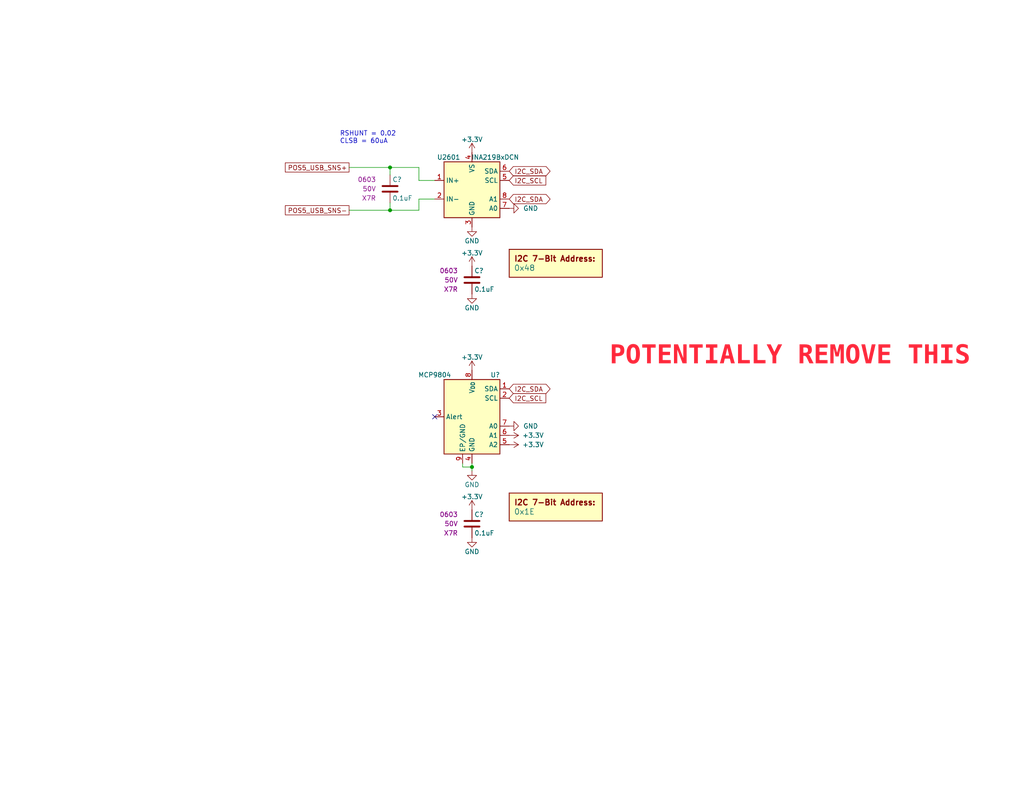
<source format=kicad_sch>
(kicad_sch (version 20230121) (generator eeschema)
  (paper "A")
  (title_block (date "2023-05-12") (rev "PRELIM") (company "Drew Maatman"))
  (lib_symbols
    (symbol "Analog_ADC:INA219BxDCN"
      (property "Reference" "U" (at -6.35 8.89 0))
      (property "Value" "Analog_ADC_INA219BxDCN" (at 6.35 8.89 0))
      (symbol "INA219BxDCN_0_1"
        (rectangle (start -7.62 7.62) (end 7.62 -7.62) (stroke (width 0.254)) (fill (type background)))
      )
      (symbol "INA219BxDCN_1_1"
        (pin input line (at -10.16 2.54 0) (length 2.54) (name "IN+") (number "1"))
        (pin input line (at -10.16 -2.54 0) (length 2.54) (name "IN-") (number "2"))
        (pin power_in line (at 0 -10.16 90) (length 2.54) (name "GND") (number "3"))
        (pin power_in line (at 0 10.16 270) (length 2.54) (name "VS") (number "4"))
        (pin input line (at 10.16 2.54 180) (length 2.54) (name "SCL") (number "5"))
        (pin bidirectional line (at 10.16 5.08 180) (length 2.54) (name "SDA") (number "6"))
        (pin input line (at 10.16 -5.08 180) (length 2.54) (name "A0") (number "7"))
        (pin input line (at 10.16 -2.54 180) (length 2.54) (name "A1") (number "8"))
      )
    )
    (symbol "Custom_Library:C_Custom" (pin_numbers hide) (pin_names (offset 0.254))
      (property "Reference" "C" (at 0.635 2.54 0))
      (property "Value" "Custom_Library_C_Custom" (at 0.635 -2.54 0))
      (property "display_footprint" "Foot" (at -3.81 2.54 0))
      (property "Voltage" "V" (at -3.81 0 0))
      (property "Dielectric" "Er" (at -3.81 -2.54 0))
      (symbol "C_Custom_0_1"
        (polyline (pts (xy -2.032 -0.762) (xy 2.032 -0.762)) (stroke (width 0.508)))
        (polyline (pts (xy -2.032 0.762) (xy 2.032 0.762)) (stroke (width 0.508)))
      )
      (symbol "C_Custom_1_1"
        (pin passive line (at 0 3.81 270) (length 2.794) (name "~") (number "1"))
        (pin passive line (at 0 -3.81 90) (length 2.794) (name "~") (number "2"))
      )
    )
    (symbol "Custom_Library:I2C_Address" (pin_names (offset 1.016))
      (property "Value" "Custom_Library_I2C_Address" (at -11.43 0 0))
      (symbol "I2C_Address_0_0"
        (rectangle (start -12.7 5.08) (end 12.7 -2.54) (stroke (width 0.254)) (fill (type background)))
        (text "I2C 7-Bit Address:" (at -11.43 2.54 0) (effects (font (size 1.524 1.524) bold) (justify left)))
      )
    )
    (symbol "Sensor_Temperature:MCP9804_DFN"
      (property "Reference" "U" (at -6.35 11.43 0))
      (property "Value" "MCP9804_DFN" (at 10.16 11.43 0))
      (symbol "MCP9804_DFN_0_1"
        (rectangle (start -7.62 10.16) (end 7.62 -10.16) (stroke (width 0.254)) (fill (type background)))
      )
      (symbol "MCP9804_DFN_1_1"
        (pin bidirectional line (at -10.16 7.62 0) (length 2.54) (name "SDA") (number "1"))
        (pin input line (at -10.16 5.08 0) (length 2.54) (name "SCL") (number "2"))
        (pin output line (at 10.16 0 180) (length 2.54) (name "Alert") (number "3"))
        (pin power_in line (at 0 -12.7 90) (length 2.54) (name "GND") (number "4"))
        (pin input line (at -10.16 -7.62 0) (length 2.54) (name "A2") (number "5"))
        (pin input line (at -10.16 -5.08 0) (length 2.54) (name "A1") (number "6"))
        (pin input line (at -10.16 -2.54 0) (length 2.54) (name "A0") (number "7"))
        (pin power_in line (at 0 12.7 270) (length 2.54) (name "V_{DD}") (number "8"))
        (pin power_in line (at 2.54 -12.7 90) (length 2.54) (name "EP/GND") (number "9"))
      )
    )
    (symbol "power:+3.3V" (power) (pin_names (offset 0))
      (property "Value" "+3.3V" (at 0 3.556 0))
      (symbol "+3.3V_0_1"
        (polyline (pts (xy -0.762 1.27) (xy 0 2.54)))
        (polyline (pts (xy 0 0) (xy 0 2.54)))
        (polyline (pts (xy 0 2.54) (xy 0.762 1.27)))
      )
      (symbol "+3.3V_1_1"
        (pin power_in line (at 0 0 90) (length 0) hide (name "+3.3V") (number "1"))
      )
    )
    (symbol "power:GND" (power) (pin_names (offset 0))
      (property "Value" "GND" (at 0 -3.81 0))
      (symbol "GND_0_1"
        (polyline (pts (xy 0 0) (xy 0 -1.27) (xy 1.27 -1.27) (xy 0 -2.54) (xy -1.27 -1.27) (xy 0 -1.27)))
      )
      (symbol "GND_1_1"
        (pin power_in line (at 0 0 270) (length 0) hide (name "GND") (number "1"))
      )
    )
  )
  (junction (at 106.426 57.404))
  (junction (at 128.778 127.508))
  (junction (at 106.426 45.72))
  (no_connect (at 118.618 113.792))
  (wire (pts (xy 114.3 45.72) (xy 106.426 45.72)))
  (wire (pts (xy 95.25 57.404) (xy 106.426 57.404)))
  (wire (pts (xy 118.618 54.356) (xy 114.3 54.356)))
  (wire (pts (xy 106.426 57.404) (xy 106.426 55.372)))
  (wire (pts (xy 128.778 127.508) (xy 126.238 127.508)))
  (wire (pts (xy 114.3 57.404) (xy 106.426 57.404)))
  (wire (pts (xy 126.238 127.508) (xy 126.238 126.492)))
  (wire (pts (xy 128.778 127.508) (xy 128.778 126.492)))
  (wire (pts (xy 128.778 128.524) (xy 128.778 127.508)))
  (wire (pts (xy 118.618 49.276) (xy 114.3 49.276)))
  (wire (pts (xy 106.426 47.752) (xy 106.426 45.72)))
  (wire (pts (xy 95.25 45.72) (xy 106.426 45.72)))
  (wire (pts (xy 114.3 54.356) (xy 114.3 57.404)))
  (wire (pts (xy 114.3 49.276) (xy 114.3 45.72)))
  (text "POTENTIALLY REMOVE THIS" (at 166.37 101.6 0) (effects (font (size 5.08 5.08) (thickness 0.254) bold) (justify left bottom)))
  (text "RSHUNT = 0.02\nCLSB = 60uA" (at 92.71 39.37 0) (effects (font (size 1.27 1.27)) (justify left bottom)))
  (global_label "POS5_USB_SNS-" (shape passive) (at 95.25 57.404 180) (property "Intersheetrefs" "${INTERSHEET_REFS}" (effects hide)))
  (global_label "I2C_SDA" (shape bidirectional) (at 138.938 106.172 0) (property "Intersheetrefs" "${INTERSHEET_REFS}" (effects hide)))
  (global_label "POS5_USB_SNS+" (shape passive) (at 95.25 45.72 180) (property "Intersheetrefs" "${INTERSHEET_REFS}" (effects hide)))
  (global_label "I2C_SDA" (shape bidirectional) (at 138.938 46.736 0) (property "Intersheetrefs" "${INTERSHEET_REFS}" (effects hide)))
  (global_label "I2C_SCL" (shape input) (at 138.938 108.712 0) (property "Intersheetrefs" "${INTERSHEET_REFS}" (effects hide)))
  (global_label "I2C_SCL" (shape input) (at 138.938 49.276 0) (property "Intersheetrefs" "${INTERSHEET_REFS}" (effects hide)))
  (global_label "I2C_SDA" (shape bidirectional) (at 138.938 54.356 0) (property "Intersheetrefs" "${INTERSHEET_REFS}" (effects hide)))
  (symbol (lib_id "power:GND") (at 128.778 61.976 0) (unit 1)
    (property "Reference" "#PWR02602" (effects hide))
    (property "Value" "GND" (at 128.778 65.786 0))
    (instances (project "VFD_Clock" (path "" (reference "#PWR02602") (unit 1))) (project "Nixie_Clock_Core" (path "" (reference "#PWR01402") (unit 1))))
  )
  (symbol (lib_id "Custom_Library:I2C_Address") (at 151.638 73.152 0) (unit 1)
    (property "Reference" "DOC?" (effects hide))
    (property "Value" "0x48" (at 140.208 73.152 0) (effects (font (size 1.524 1.524)) (justify left)))
    (instances (project "VFD_Clock" (path "" (reference "DOC?") (unit 1)) (path "" (reference "DOC?") (unit 1)) (path "" (reference "DOC2601") (unit 1))) (project "Nixie_Clock_Core" (path "" (reference "DOC1401") (unit 1))))
  )
  (symbol (lib_id "Analog_ADC:INA219BxDCN") (at 128.778 51.816 0) (unit 1)
    (property "Reference" "U2601" (at 122.428 42.926 0))
    (property "Value" "INA219BxDCN" (at 135.128 42.926 0))
    (property "Footprint" "Package_TO_SOT_SMD:SOT-23-8" (effects hide))
    (property "Datasheet" "http://www.ti.com/lit/ds/symlink/ina219.pdf" (effects hide))
    (property "Digi-Key PN" "296-46420-1-ND" (effects hide))
    (property "Config" "Telemetry" (effects hide))
    (instances (project "VFD_Clock" (path "" (reference "U2601") (unit 1))) (project "Nixie_Clock_Core" (path "" (reference "U1401") (unit 1))))
  )
  (symbol (lib_id "Custom_Library:C_Custom") (at 106.426 51.562 0) (unit 1)
    (property "Reference" "C?" (at 107.061 49.022 0) (effects (justify left)))
    (property "Value" "0.1uF" (at 107.061 54.102 0) (effects (justify left)))
    (property "Footprint" "Capacitors_SMD:C_0603" (effects hide))
    (property "display_footprint" "0603" (at 102.616 49.022 0) (effects (justify right)))
    (property "Voltage" "50V" (at 102.616 51.562 0) (effects (justify right)))
    (property "Dielectric" "X7R" (at 102.616 54.102 0) (effects (justify right)))
    (property "Digi-Key PN" "399-6856-1-ND" (effects hide))
    (instances (project "VFD_Clock" (path "" (reference "C?") (unit 1)) (path "" (reference "C2601") (unit 1)) (path "" (reference "C?") (unit 1)) (path "" (reference "C?") (unit 1))) (project "Nixie_Clock_Core" (path "" (reference "C1401") (unit 1))))
  )
  (symbol (lib_id "Custom_Library:I2C_Address") (at 151.638 139.7 0) (unit 1)
    (property "Reference" "DOC?" (effects hide))
    (property "Value" "0x1E" (at 140.208 139.7 0) (effects (font (size 1.524 1.524)) (justify left)))
    (instances (project "VFD_Clock" (path "" (reference "DOC?") (unit 1)) (path "" (reference "DOC?") (unit 1)) (path "" (reference "DOC2602") (unit 1))) (project "Nixie_Clock_Core" (path "" (reference "DOC1402") (unit 1))))
  )
  (symbol (lib_id "power:+3.3V") (at 138.938 121.412 270) (unit 1)
    (property "Reference" "#PWR02612" (effects hide))
    (property "Value" "+3.3V" (at 142.494 121.412 90) (effects (justify left)))
    (instances (project "VFD_Clock" (path "" (reference "#PWR02612") (unit 1))) (project "Nixie_Clock_Core" (path "" (reference "#PWR01412") (unit 1))))
  )
  (symbol (lib_id "Custom_Library:C_Custom") (at 128.778 76.454 0) (unit 1)
    (property "Reference" "C?" (at 129.413 73.914 0) (effects (justify left)))
    (property "Value" "0.1uF" (at 129.413 78.994 0) (effects (justify left)))
    (property "Footprint" "Capacitors_SMD:C_0603" (effects hide))
    (property "display_footprint" "0603" (at 124.968 73.914 0) (effects (justify right)))
    (property "Voltage" "50V" (at 124.968 76.454 0) (effects (justify right)))
    (property "Dielectric" "X7R" (at 124.968 78.994 0) (effects (justify right)))
    (property "Digi-Key PN" "399-6856-1-ND" (effects hide))
    (instances (project "VFD_Clock" (path "" (reference "C?") (unit 1)) (path "" (reference "C2602") (unit 1)) (path "" (reference "C?") (unit 1)) (path "" (reference "C?") (unit 1))) (project "Nixie_Clock_Core" (path "" (reference "C1402") (unit 1))))
  )
  (symbol (lib_id "power:+3.3V") (at 128.778 72.644 0) (unit 1)
    (property "Reference" "#PWR02603" (effects hide))
    (property "Value" "+3.3V" (at 128.778 69.088 0))
    (instances (project "VFD_Clock" (path "" (reference "#PWR02603") (unit 1))) (project "Nixie_Clock_Core" (path "" (reference "#PWR01403") (unit 1))))
  )
  (symbol (lib_id "power:GND") (at 138.938 116.332 90) (unit 1)
    (property "Reference" "#PWR02610" (effects hide))
    (property "Value" "GND" (at 142.748 116.332 90) (effects (justify right)))
    (instances (project "VFD_Clock" (path "" (reference "#PWR02610") (unit 1))) (project "Nixie_Clock_Core" (path "" (reference "#PWR01410") (unit 1))))
  )
  (symbol (lib_id "power:+3.3V") (at 138.938 118.872 270) (unit 1)
    (property "Reference" "#PWR02611" (effects hide))
    (property "Value" "+3.3V" (at 142.494 118.872 90) (effects (justify left)))
    (instances (project "VFD_Clock" (path "" (reference "#PWR02611") (unit 1))) (project "Nixie_Clock_Core" (path "" (reference "#PWR01411") (unit 1))))
  )
  (symbol (lib_id "power:GND") (at 128.778 128.524 0) (unit 1)
    (property "Reference" "#PWR02606" (effects hide))
    (property "Value" "GND" (at 128.778 132.334 0))
    (instances (project "VFD_Clock" (path "" (reference "#PWR02606") (unit 1))) (project "Nixie_Clock_Core" (path "" (reference "#PWR01406") (unit 1))))
  )
  (symbol (lib_id "power:GND") (at 138.938 56.896 90) (unit 1)
    (property "Reference" "#PWR02609" (effects hide))
    (property "Value" "GND" (at 142.748 56.896 90) (effects (justify right)))
    (instances (project "VFD_Clock" (path "" (reference "#PWR02609") (unit 1))) (project "Nixie_Clock_Core" (path "" (reference "#PWR01409") (unit 1))))
  )
  (symbol (lib_id "Custom_Library:C_Custom") (at 128.778 143.002 0) (unit 1)
    (property "Reference" "C?" (at 129.413 140.462 0) (effects (justify left)))
    (property "Value" "0.1uF" (at 129.413 145.542 0) (effects (justify left)))
    (property "Footprint" "Capacitors_SMD:C_0603" (effects hide))
    (property "display_footprint" "0603" (at 124.968 140.462 0) (effects (justify right)))
    (property "Voltage" "50V" (at 124.968 143.002 0) (effects (justify right)))
    (property "Dielectric" "X7R" (at 124.968 145.542 0) (effects (justify right)))
    (property "Digi-Key PN" "399-6856-1-ND" (effects hide))
    (instances (project "VFD_Clock" (path "" (reference "C?") (unit 1)) (path "" (reference "C2603") (unit 1)) (path "" (reference "C?") (unit 1)) (path "" (reference "C?") (unit 1))) (project "Nixie_Clock_Core" (path "" (reference "C1403") (unit 1))))
  )
  (symbol (lib_id "power:GND") (at 128.778 80.264 0) (unit 1)
    (property "Reference" "#PWR02604" (effects hide))
    (property "Value" "GND" (at 128.778 84.074 0))
    (instances (project "VFD_Clock" (path "" (reference "#PWR02604") (unit 1))) (project "Nixie_Clock_Core" (path "" (reference "#PWR01404") (unit 1))))
  )
  (symbol (lib_id "Sensor_Temperature:MCP9804_DFN") (at 128.778 113.792 0) (mirror y) (unit 1)
    (property "Reference" "U?" (at 135.128 102.362 0))
    (property "Value" "MCP9804" (at 118.618 102.362 0))
    (property "Footprint" "Package_DFN_QFN:DFN-8-1EP_3x2mm_P0.5mm_EP1.3x1.5mm" (effects hide))
    (property "Datasheet" "http://ww1.microchip.com/downloads/en/DeviceDoc/22203b.pdf" (effects hide))
    (property "Digi-Key PN" "MCP9804T-E/MCCT-ND" (effects hide))
    (property "Config" "Telemetry" (effects hide))
    (instances (project "VFD_Clock" (path "" (reference "U?") (unit 1)) (path "" (reference "U2602") (unit 1)) (path "" (reference "U?") (unit 1)) (path "" (reference "U?") (unit 1))) (project "Nixie_Clock_Core" (path "" (reference "U1402") (unit 1))))
  )
  (symbol (lib_id "power:+3.3V") (at 128.778 101.092 0) (unit 1)
    (property "Reference" "#PWR02605" (effects hide))
    (property "Value" "+3.3V" (at 128.778 97.536 0))
    (instances (project "VFD_Clock" (path "" (reference "#PWR02605") (unit 1))) (project "Nixie_Clock_Core" (path "" (reference "#PWR01405") (unit 1))))
  )
  (symbol (lib_id "power:+3.3V") (at 128.778 139.192 0) (unit 1)
    (property "Reference" "#PWR02607" (effects hide))
    (property "Value" "+3.3V" (at 128.778 135.636 0))
    (instances (project "VFD_Clock" (path "" (reference "#PWR02607") (unit 1))) (project "Nixie_Clock_Core" (path "" (reference "#PWR01407") (unit 1))))
  )
  (symbol (lib_id "power:+3.3V") (at 128.778 41.656 0) (unit 1)
    (property "Reference" "#PWR02601" (effects hide))
    (property "Value" "+3.3V" (at 128.778 38.1 0))
    (instances (project "VFD_Clock" (path "" (reference "#PWR02601") (unit 1))) (project "Nixie_Clock_Core" (path "" (reference "#PWR01401") (unit 1))))
  )
  (symbol (lib_id "power:GND") (at 128.778 146.812 0) (unit 1)
    (property "Reference" "#PWR02608" (effects hide))
    (property "Value" "GND" (at 128.778 150.622 0))
    (instances (project "VFD_Clock" (path "" (reference "#PWR02608") (unit 1))) (project "Nixie_Clock_Core" (path "" (reference "#PWR01408") (unit 1))))
  )
)
</source>
